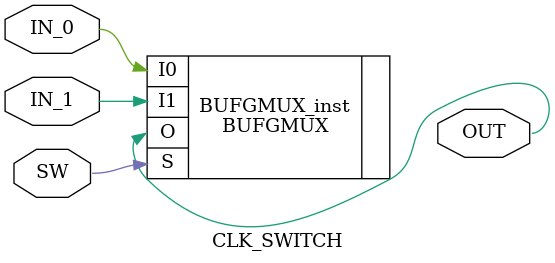
<source format=v>


module CLK_SWITCH (   
input       IN_0,
input       IN_1,
input       SW  ,
output      OUT 

);

	//assign OUT=SW?IN_1:IN_0;
	BUFGMUX BUFGMUX_inst (
      .O(OUT),    // Clock MUX output
      .I0(IN_0),  // Clock0 input
      .I1(IN_1),  // Clock1 input
      .S(SW)     // Clock select input
   );

endmodule
</source>
